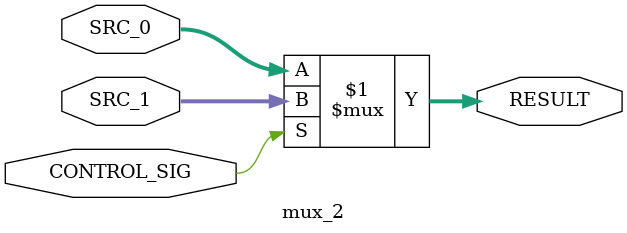
<source format=v>
module mux_2 (input  CONTROL_SIG,
              input  [31:0] SRC_0,
              input  [31:0] SRC_1,
              output [31:0] RESULT);
    assign RESULT = CONTROL_SIG ? SRC_1 : SRC_0;
endmodule

</source>
